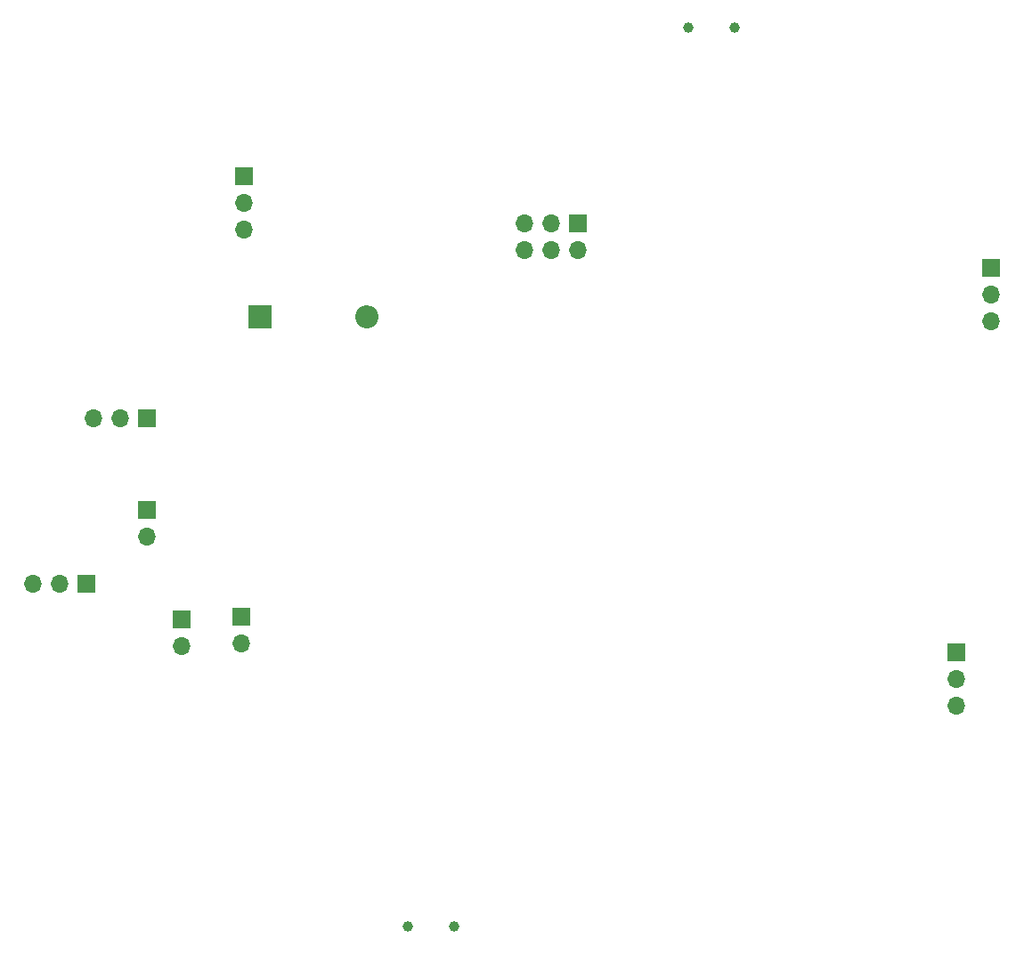
<source format=gbs>
G04 #@! TF.GenerationSoftware,KiCad,Pcbnew,7.0.7*
G04 #@! TF.CreationDate,2024-04-23T20:33:32+02:00*
G04 #@! TF.ProjectId,SE3-pad,5345332d-7061-4642-9e6b-696361645f70,rev?*
G04 #@! TF.SameCoordinates,Original*
G04 #@! TF.FileFunction,Soldermask,Bot*
G04 #@! TF.FilePolarity,Negative*
%FSLAX46Y46*%
G04 Gerber Fmt 4.6, Leading zero omitted, Abs format (unit mm)*
G04 Created by KiCad (PCBNEW 7.0.7) date 2024-04-23 20:33:32*
%MOMM*%
%LPD*%
G01*
G04 APERTURE LIST*
%ADD10R,1.700000X1.700000*%
%ADD11O,1.700000X1.700000*%
%ADD12R,2.200000X2.200000*%
%ADD13O,2.200000X2.200000*%
%ADD14C,1.000000*%
G04 APERTURE END LIST*
D10*
X140970000Y-67945000D03*
D11*
X140970000Y-70485000D03*
X138430000Y-67945000D03*
X138430000Y-70485000D03*
X135890000Y-67945000D03*
X135890000Y-70485000D03*
D10*
X109220000Y-63500000D03*
D11*
X109220000Y-66040000D03*
X109220000Y-68580000D03*
D10*
X94250000Y-102250000D03*
D11*
X91710000Y-102250000D03*
X89170000Y-102250000D03*
D10*
X100000000Y-86500000D03*
D11*
X97460000Y-86500000D03*
X94920000Y-86500000D03*
D10*
X100000000Y-95225000D03*
D11*
X100000000Y-97765000D03*
D10*
X103251000Y-105664000D03*
D11*
X103251000Y-108204000D03*
D12*
X110720000Y-76835000D03*
D13*
X120880000Y-76835000D03*
D14*
X155870000Y-49335000D03*
X151470000Y-49335000D03*
D10*
X108966000Y-105410000D03*
D11*
X108966000Y-107950000D03*
D14*
X124800000Y-134815000D03*
X129200000Y-134815000D03*
D10*
X176950000Y-108750000D03*
D11*
X176950000Y-111290000D03*
X176950000Y-113830000D03*
D10*
X180200000Y-72200000D03*
D11*
X180200000Y-74740000D03*
X180200000Y-77280000D03*
M02*

</source>
